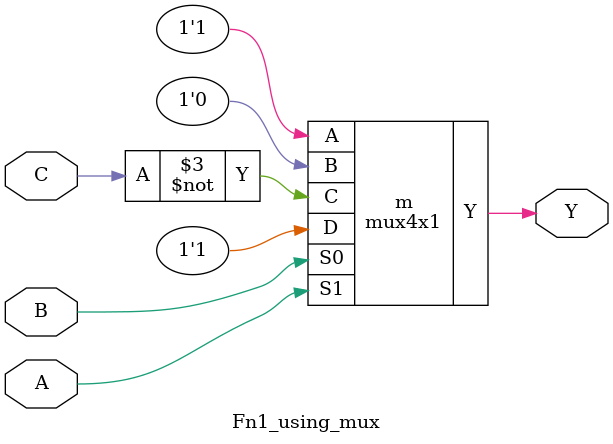
<source format=v>
module mux4x1(A,B,C,D,S0,S1,Y);
input A,B,C,D,S0,S1;
output Y;
assign Y= S1?S0?D:C:S0?B:A;
endmodule

//Implentation of SOP function f(A, B, C) = m(0, 1, 4, 6, 7) and MUX :

module Fn1_using_mux(A,B,C,Y);
input A,B,C;
output Y;
mux4x1 m(1,0,~C,1,B,A,Y);
endmodule



</source>
